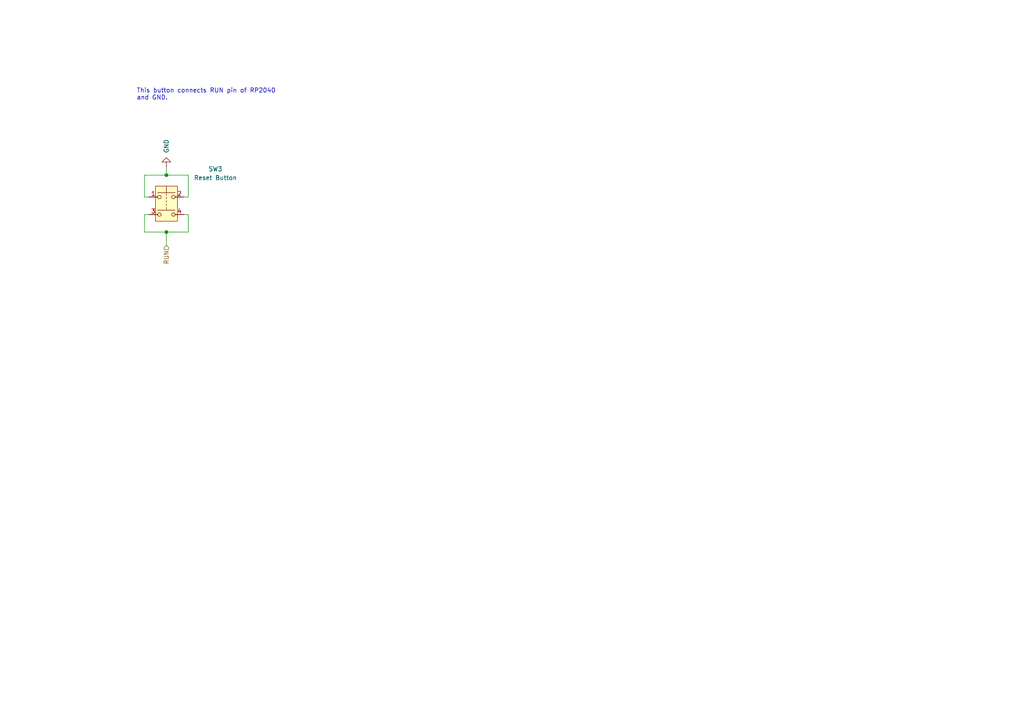
<source format=kicad_sch>
(kicad_sch (version 20231120) (generator "eeschema") (generator_version "8.0")
  (paper "A4")
  (title_block (title "Valera-2350A") (date "2025-01-30") (rev "1.0") (company "Mikhail Matveev") (comment 1 "https://github.com/xtremespb/frank"))
  (lib_symbols
    (symbol "GND_1" (power) (pin_numbers hide) (pin_names (offset 0) hide)
      (property "Value" "GND" (at 0 -3.81 0))
      (symbol "GND_1_0_1"
        (polyline (pts (xy 0 0) (xy 0 -1.27) (xy 1.27 -1.27) (xy 0 -2.54) (xy -1.27 -1.27) (xy 0 -1.27)))
      )
      (symbol "GND_1_1_1"
        (pin power_in line (at 0 0 270) (length 0) (name "~") (number "1"))
      )
    )
    (symbol "Switch:SW_Push_Dual" (pin_names (offset 1.016) hide)
      (property "Reference" "SW" (at 0 7.62 0))
      (property "Value" "SW_Push_Dual" (at 0 -6.35 0))
      (symbol "SW_Push_Dual_0_1"
        (circle (center -2.032 -2.54) (radius 0.508))
        (circle (center -2.032 2.54) (radius 0.508))
        (polyline (pts (xy 0 -0.508) (xy 0 -1.016)))
        (polyline (pts (xy 0 0.508) (xy 0 0)))
        (polyline (pts (xy 0 1.016) (xy 0 1.524)))
        (polyline (pts (xy 0 2.032) (xy 0 2.54)))
        (polyline (pts (xy 0 3.048) (xy 0 3.556)))
        (polyline (pts (xy 0 3.81) (xy 0 5.588)))
        (polyline (pts (xy 2.54 -1.27) (xy -2.54 -1.27)))
        (polyline (pts (xy 2.54 3.81) (xy -2.54 3.81)))
        (circle (center 2.032 -2.54) (radius 0.508))
        (circle (center 2.032 2.54) (radius 0.508))
        (pin passive line (at -5.08 2.54 0) (length 2.54) (name "1") (number "1"))
        (pin passive line (at 5.08 2.54 180) (length 2.54) (name "2") (number "2"))
        (pin passive line (at -5.08 -2.54 0) (length 2.54) (name "3") (number "3"))
        (pin passive line (at 5.08 -2.54 180) (length 2.54) (name "4") (number "4"))
      )
      (symbol "SW_Push_Dual_1_1"
        (rectangle (start -3.175 5.715) (end 3.175 -4.445) (fill (type background)))
      )
    )
  )
  (junction (at 48.26 50.8))
  (junction (at 48.26 67.31))
  (wire (pts (xy 41.91 62.23) (xy 43.18 62.23)))
  (wire (pts (xy 41.91 50.8) (xy 48.26 50.8)))
  (wire (pts (xy 41.91 50.8) (xy 41.91 57.15)))
  (wire (pts (xy 48.26 67.31) (xy 54.61 67.31)))
  (wire (pts (xy 41.91 67.31) (xy 48.26 67.31)))
  (wire (pts (xy 54.61 67.31) (xy 54.61 62.23)))
  (wire (pts (xy 48.26 48.26) (xy 48.26 50.8)))
  (wire (pts (xy 53.34 57.15) (xy 54.61 57.15)))
  (wire (pts (xy 54.61 50.8) (xy 54.61 57.15)))
  (wire (pts (xy 48.26 67.31) (xy 48.26 71.12)))
  (wire (pts (xy 41.91 67.31) (xy 41.91 62.23)))
  (wire (pts (xy 41.91 57.15) (xy 43.18 57.15)))
  (wire (pts (xy 48.26 50.8) (xy 54.61 50.8)))
  (wire (pts (xy 53.34 62.23) (xy 54.61 62.23)))
  (text "This button connects RUN pin of RP2040\nand GND." (at 39.624 27.432 0) (effects (font (size 1.27 1.27)) (justify left)))
  (hierarchical_label "RUN" (shape input) (at 48.26 71.12 270))
  (symbol (lib_id "Switch:SW_Push_Dual") (at 48.26 59.69 0) (unit 1)
    (property "Reference" "SW2" (at 62.484 49.022 0))
    (property "Value" "Reset Button" (at 62.484 51.562 0))
    (property "Footprint" "FRANK:Button (SMD, 3x3mm)" (effects (hide yes)))
    (property "Datasheet" "https://img.klsele.com/admin/product_upload/20150508135408KLS7-TS3302.pdf" (effects (hide yes)))
    (property "Description" "Push button switch, generic, symbol, four pins" (effects (hide yes)))
    (property "AliExpress" "https://www.aliexpress.com/item/1005001629293584.html" (effects (hide yes)))
    (instances (project "frank2" (path "" (reference "SW3") (unit 1))))
  )
  (symbol (lib_name "GND_1") (lib_id "power:GND") (at 48.26 48.26 180) (unit 1)
    (property "Reference" "#PWR044" (effects (hide yes)))
    (property "Value" "GND" (at 48.2601 44.45 90) (effects (justify right)))
    (property "Description" "Power symbol creates a global label with name \"GND\" , ground" (effects (hide yes)))
    (instances (project "frank2" (path "" (reference "#PWR0124") (unit 1))))
  )
)
</source>
